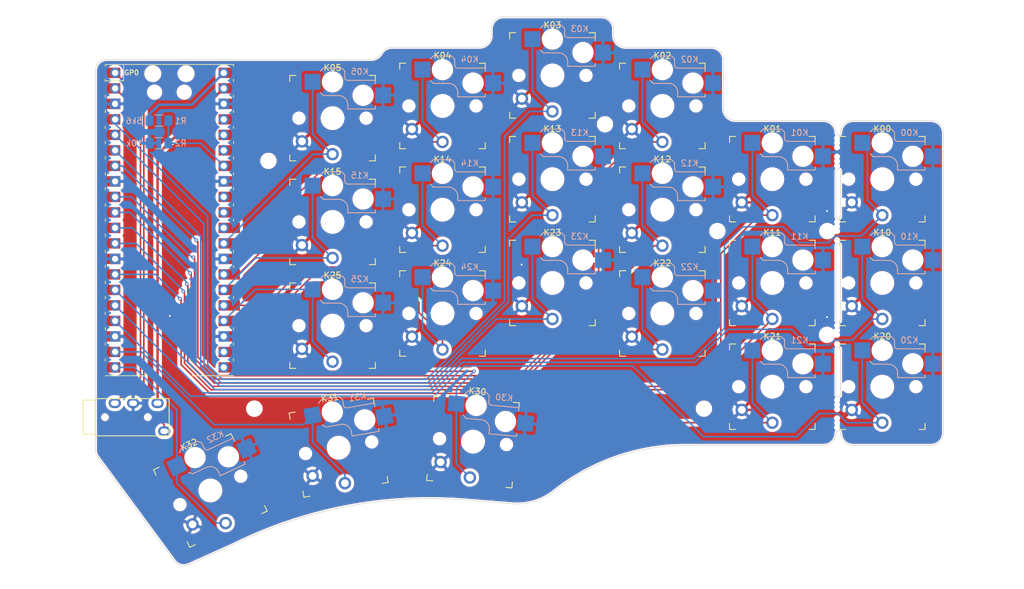
<source format=kicad_pcb>
(kicad_pcb (version 20221018) (generator pcbnew)
  (title_block (rev "rev1.0"))
  (layers (0 "F.Cu" signal) (31 "B.Cu" signal) (34 "B.Paste" user) (35 "F.Paste" user) (36 "B.SilkS" user "B.Silkscreen") (37 "F.SilkS" user "F.Silkscreen") (38 "B.Mask" user) (39 "F.Mask" user) (44 "Edge.Cuts" user))
  (net 0 "")
  (net 1 "GND")
  (net 2 "/k00")
  (net 3 "/k01")
  (net 4 "/k02")
  (net 5 "/k03")
  (net 6 "/k04")
  (net 7 "/k05")
  (net 8 "/k10")
  (net 9 "/k11")
  (net 10 "/k12")
  (net 11 "/k13")
  (net 12 "/k14")
  (net 13 "/k15")
  (net 14 "/k20")
  (net 15 "/k21")
  (net 16 "/k22")
  (net 17 "/k23")
  (net 18 "/k24")
  (net 19 "/k25")
  (net 20 "/k30")
  (net 21 "/k31")
  (net 22 "/k32")
  (net 23 "rx")
  (net 24 "tx")
  (net 25 "VBUS")
  (net 26 "vbus_sense")
  (net 33 "VCC")
  (footprint "keyswitches:Kailh_socket_PG1350_optional" (layer "F.Cu") (at 105.24 94)
    (fp_text reference "K25")
    (fp_text value "KEYSW")
  )
  (footprint "keyswitches:Kailh_socket_PG1350_optional" (layer "F.Cu") (at 123.24 92)
    (fp_text reference "K24")
    (fp_text value "KEYSW")
  )
  (footprint "keyswitches:Kailh_socket_PG1350_optional" (layer "F.Cu") (at 177.24 104)
    (fp_text reference "K21")
    (fp_text value "KEYSW")
  )
  (footprint "keyswitches:Kailh_socket_PG1350_optional" (layer "F.Cu") (at 159.24 58)
    (fp_text reference "K02")
    (fp_text value "KEYSW")
  )
  (footprint "keyswitches:Kailh_socket_PG1350_optional" (layer "F.Cu") (at 195.24 87)
    (fp_text reference "K10")
    (fp_text value "KEYSW")
  )
  (footprint "RPi_Pico:RPi_Pico_SMD_TH" (layer "F.Cu") (at 78.5368 76.708)
    (fp_text reference "U2" hide)
    (fp_text value "Pico")
  )
  (footprint "keyswitches:Kailh_socket_PG1350_optional" (layer "F.Cu") (at 123.24 58)
    (fp_text reference "K04")
    (fp_text value "KEYSW")
  )
  (footprint "keyswitches:Kailh_socket_PG1350_optional" (layer "F.Cu") (at 159.24 75)
    (fp_text reference "K12")
    (fp_text value "KEYSW")
  )
  (footprint "keyswitches:Kailh_socket_PG1350_optional" (layer "F.Cu") (at 128.24 113 -5)
    (fp_text reference "K30")
    (fp_text value "KEYSW")
  )
  (footprint "keyswitches:Kailh_socket_PG1350_optional" (layer "F.Cu") (at 177.24 70)
    (fp_text reference "K01")
    (fp_text value "KEYSW")
  )
  (footprint "keyswitches:Kailh_socket_PG1350_optional" (layer "F.Cu") (at 123.24 75)
    (fp_text reference "K14")
    (fp_text value "KEYSW")
  )
  (footprint "keyswitches:Kailh_socket_PG1350_optional" (layer "F.Cu") (at 141.24 87)
    (fp_text reference "K23")
    (fp_text value "KEYSW")
  )
  (footprint "keyswitches:Kailh_socket_PG1350_optional" (layer "F.Cu") (at 141.24 53)
    (fp_text reference "K03")
    (fp_text value "KEYSW")
  )
  (footprint "keyswitches:Kailh_socket_PG1350_optional" (layer "F.Cu") (at 159.24 92)
    (fp_text reference "K22")
    (fp_text value "KEYSW")
  )
  (footprint "Keebio-Parts:TRRS-PJ-320A" (layer "F.Cu") (at 66.39 109 90)
    (fp_text reference "J1" hide)
    (fp_text value "TRRS")
  )
  (footprint "keyswitches:Kailh_socket_PG1350_optional" (layer "F.Cu") (at 105.24 77)
    (fp_text reference "K15")
    (fp_text value "KEYSW")
  )
  (footprint "keyswitches:Kailh_socket_PG1350_optional" (layer "F.Cu") (at 85.24 121 25)
    (fp_text reference "K32")
    (fp_text value "KEYSW")
  )
  (footprint "keyswitches:Kailh_socket_PG1350_optional" (layer "F.Cu") (at 177.24 87)
    (fp_text reference "K11")
    (fp_text value "KEYSW")
  )
  (footprint "keyswitches:Kailh_socket_PG1350_optional" (layer "F.Cu") (at 105.24 60)
    (fp_text reference "K05")
    (fp_text value "KEYSW")
  )
  (footprint "keyswitches:Kailh_socket_PG1350_optional" (layer "F.Cu") (at 195.24 104)
    (fp_text reference "K20")
    (fp_text value "KEYSW")
  )
  (footprint "keyswitches:Kailh_socket_PG1350_optional" (layer "F.Cu") (at 141.24 70)
    (fp_text reference "K13")
    (fp_text value "KEYSW")
  )
  (footprint "keyswitches:Kailh_socket_PG1350_optional" (layer "F.Cu") (at 195.24 70)
    (fp_text reference "K00")
    (fp_text value "KEYSW")
  )
  (footprint "keyswitches:Kailh_socket_PG1350_optional" (layer "F.Cu") (at 106.24 114 10)
    (fp_text reference "K31")
    (fp_text value "KEYSW")
  )
  (footprint "Resistor_SMD:R_1206_3216Metric_Pad1.30x1.75mm_HandSolder" (layer "B.Cu") (at 76.8096 64.1096 180)
    (fp_text reference "R2")
    (fp_text value "10k")
  )
  (footprint "beekeeb_lib:MountingHole_2.2mm_M2-8mm" (layer "B.Cu") (at 166.04 107.6 180)
    (fp_text reference "H4" hide)
    (fp_text value "MountingHole")
  )
  (footprint "beekeeb_lib:MountingHole_2.2mm_M2-8mm" (layer "B.Cu") (at 94.74 67 180)
    (fp_text reference "H2" hide)
    (fp_text value "MountingHole")
  )
  (footprint "beekeeb_lib:MountingHole_2.2mm_M2-8mm" (layer "B.Cu") (at 186.24 95.5 180)
    (fp_text reference "H4" hide)
    (fp_text value "MountingHole")
  )
  (footprint "beekeeb_lib:mousebites_2" (layer "B.Cu") (at 187.84 78.5 90)
    (fp_text reference "MB1" hide)
    (fp_text value "MountingHole" hide)
  )
  (footprint "Resistor_SMD:R_1206_3216Metric_Pad1.30x1.75mm_HandSolder" (layer "B.Cu") (at 76.8096 60.4012)
    (fp_text reference "R1")
    (fp_text value "5k6")
  )
  (footprint "beekeeb_lib:mousebites_3" (layer "B.Cu") (at 187.84 108.4352 90)
    (fp_text reference "MB3" hide)
    (fp_text value "MountingHole" hide)
  )
  (footprint "beekeeb_lib:mousebites_2" (layer "B.Cu") (at 187.84 95.5 90)
    (fp_text reference "MB2" hide)
    (fp_text value "MountingHole" hide)
  )
  (footprint "beekeeb_lib:MountingHole_2.2mm_M2-8mm" (layer "B.Cu") (at 186.24 78.5 180)
    (fp_text reference "H4" hide)
    (fp_text value "MountingHole")
  )
  (footprint "beekeeb_lib:MountingHole_2.2mm_M2-8mm" (layer "B.Cu") (at 149.84 61 180)
    (fp_text reference "H1" hide)
    (fp_text value "MountingHole")
  )
  (footprint "beekeeb_lib:MountingHole_2.2mm_M2-8mm" (layer "B.Cu") (at 92.44 107.6 180)
    (fp_text reference "H3" hide)
    (fp_text value "MountingHole")
  )
  (footprint "beekeeb_lib:MountingHole_2.2mm_M2-8mm" (layer "B.Cu") (at 168.24 78.5 180)
    (fp_text reference "H1" hide)
    (fp_text value "MountingHole")
  )
  (footprint "beekeeb_lib:mousebites_3" (layer "B.Cu") (at 187.84 65.5352 90)
    (fp_text reference "MB4" hide)
    (fp_text value "MountingHole" hide)
  )
  (gr_line (start 187.64 105.3) (end 187.64 97.9) (stroke (width 0.1)) (layer "Edge.Cuts"))
  (gr_arc (start 66.44 52.2) (mid 66.967208 50.927208) (end 68.24 50.4) (stroke (width 0.1)) (layer "Edge.Cuts"))
  (gr_line (start 185.64 60.4) (end 171.24 60.4) (stroke (width 0.1)) (layer "Edge.Cuts"))
  (gr_arc (start 167.24 48.4) (mid 168.654214 48.985786) (end 169.24 50.4) (stroke (width 0.1)) (layer "Edge.Cuts"))
  (gr_line (start 162.74 113.6) (end 185.64 113.6) (stroke (width 0.1)) (layer "Edge.Cuts"))
  (gr_line (start 66.805956 115.487896) (end 79.290001 132.449999) (stroke (width 0.1)) (layer "Edge.Cuts"))
  (gr_arc (start 141.49 121.125) (mid 138.309031 122.788875) (end 134.74 123.175) (stroke (width 0.1)) (layer "Edge.Cuts"))
  (gr_arc (start 149.24 43.4) (mid 150.654214 43.985786) (end 151.24 45.4) (stroke (width 0.1)) (layer "Edge.Cuts"))
  (gr_arc (start 188.44 62.4) (mid 189.025786 60.985786) (end 190.44 60.4) (stroke (width 0.1)) (layer "Edge.Cuts"))
  (gr_line (start 111.489998 50.399998) (end 68.24 50.4) (stroke (width 0.1)) (layer "Edge.Cuts"))
  (gr_line (start 151.24 46.4) (end 151.24 45.4) (stroke (width 0.1)) (layer "Edge.Cuts"))
  (gr_arc (start 188.44 62.4) (mid 188.04 62.8) (end 187.64 62.4) (stroke (width 0.1)) (layer "Edge.Cuts"))
  (gr_line (start 131.24 45.4) (end 131.24 46.4) (stroke (width 0.1)) (layer "Edge.Cuts"))
  (gr_line (start 187.64 76.1) (end 187.64 68.7) (stroke (width 0.1)) (layer "Edge.Cuts"))
  (gr_arc (start 188.44 93.1) (mid 188.04 93.5) (end 187.64 93.1) (stroke (width 0.1)) (layer "Edge.Cuts"))
  (gr_arc (start 187.64 111.6) (mid 188.04 111.2) (end 188.44 111.6) (stroke (width 0.1)) (layer "Edge.Cuts"))
  (gr_arc (start 188.44 76.1) (mid 188.04 76.5) (end 187.64 76.1) (stroke (width 0.1)) (layer "Edge.Cuts"))
  (gr_arc (start 190.44 113.6) (mid 189.025786 113.014214) (end 188.44 111.6) (stroke (width 0.1)) (layer "Edge.Cuts"))
  (gr_line (start 188.44 105.3) (end 188.44 97.9) (stroke (width 0.1)) (layer "Edge.Cuts"))
  (gr_arc (start 66.805956 115.487896) (mid 66.53394 114.973899) (end 66.44 114.4) (stroke (width 0.1)) (layer "Edge.Cuts"))
  (gr_line (start 169.24 58.4) (end 169.24 50.4) (stroke (width 0.1)) (layer "Edge.Cuts"))
  (gr_arc (start 187.64 68.7) (mid 188.04 68.3) (end 188.44 68.7) (stroke (width 0.1)) (layer "Edge.Cuts"))
  (gr_line (start 203.24 60.4) (end 190.44 60.4) (stroke (width 0.1)) (layer "Edge.Cuts"))
  (gr_line (start 190.44 113.6) (end 203.24 113.6) (stroke (width 0.1)) (layer "Edge.Cuts"))
  (gr_arc (start 131.24 45.4) (mid 131.825786 43.985786) (end 133.24 43.4) (stroke (width 0.1)) (layer "Edge.Cuts"))
  (gr_arc (start 153.24 48.4) (mid 151.825786 47.814214) (end 151.24 46.4) (stroke (width 0.1)) (layer "Edge.Cuts"))
  (gr_arc (start 205.24 111.6) (mid 204.654214 113.014214) (end 203.24 113.6) (stroke (width 0.1)) (layer "Edge.Cuts"))
  (gr_line (start 66.44 113.2) (end 66.44 114.4) (stroke (width 0.1)) (layer "Edge.Cuts"))
  (gr_line (start 134.74 123.175) (end 127.44 122.600001) (stroke (width 0.1)) (layer "Edge.Cuts"))
  (gr_line (start 81.726132 133.121447) (end 89.110601 129.8) (stroke (width 0.1)) (layer "Edge.Cuts"))
  (gr_arc (start 187.64 111.6) (mid 187.054214 113.014214) (end 185.64 113.6) (stroke (width 0.1)) (layer "Edge.Cuts"))
  (gr_arc (start 131.24 46.4) (mid 130.654214 47.814214) (end 129.24 48.4) (stroke (width 0.1)) (layer "Edge.Cuts"))
  (gr_line (start 188.44 76.1) (end 188.44 68.7) (stroke (width 0.1)) (layer "Edge.Cuts"))
  (gr_arc (start 113.24 49.4) (mid 112.497787 50.132387) (end 111.489998 50.399998) (stroke (width 0.1)) (layer "Edge.Cuts"))
  (gr_line (start 205.24 111.6) (end 205.24 62.4) (stroke (width 0.1)) (layer "Edge.Cuts"))
  (gr_arc (start 187.64 97.9) (mid 188.04 97.5) (end 188.44 97.9) (stroke (width 0.1)) (layer "Edge.Cuts"))
  (gr_line (start 188.44 93.1) (end 188.44 80.9) (stroke (width 0.1)) (layer "Edge.Cuts"))
  (gr_arc (start 187.64 80.9) (mid 188.04 80.5) (end 188.44 80.9) (stroke (width 0.1)) (layer "Edge.Cuts"))
  (gr_line (start 149.24 43.4) (end 133.24 43.4) (stroke (width 0.1)) (layer "Edge.Cuts"))
  (gr_arc (start 203.24 60.4) (mid 204.654214 60.985786) (end 205.24 62.4) (stroke (width 0.1)) (layer "Edge.Cuts"))
  (gr_arc (start 141.49 121.125) (mid 151.483771 115.579961) (end 162.74 113.600001) (stroke (width 0.1)) (layer "Edge.Cuts"))
  (gr_line (start 167.24 48.4) (end 153.24 48.4) (stroke (width 0.1)) (layer "Edge.Cuts"))
  (gr_arc (start 113.24 49.4) (mid 113.953846 48.668538) (end 114.94 48.4) (stroke (width 0.1)) (layer "Edge.Cuts"))
  (gr_line (start 187.64 93.1) (end 187.64 80.9) (stroke (width 0.1)) (layer "Edge.Cuts"))
  (gr_line (start 66.44 52.2) (end 66.44 113.2) (stroke (width 0.1)) (layer "Edge.Cuts"))
  (gr_arc (start 188.44 105.3) (mid 188.04 105.7) (end 187.64 105.3) (stroke (width 0.1)) (layer "Edge.Cuts"))
  (gr_arc (start 171.24 60.4) (mid 169.825786 59.814214) (end 169.24 58.4) (stroke (width 0.1)) (layer "Edge.Cuts"))
  (gr_arc (start 185.64 60.4) (mid 187.054214 60.985786) (end 187.64 62.4) (stroke (width 0.1)) (layer "Edge.Cuts"))
  (gr_arc (start 81.726132 133.121447) (mid 80.381489 133.24497) (end 79.290001 132.449999) (stroke (width 0.1)) (layer "Edge.Cuts"))
  (gr_line (start 129.24 48.4) (end 114.94 48.4) (stroke (width 0.1)) (layer "Edge.Cuts"))
  (gr_arc (start 89.110601 129.8) (mid 107.780203 123.564333) (end 127.44 122.600001) (stroke (width 0.1)) (layer "Edge.Cuts"))
  (segment (start 191.2 72.84) (end 190.24 73.8) (width 0.4) (layer "F.Cu") (net 1))
  (segment (start 183.4 73.8) (end 186 71.2) (width 0.4) (layer "F.Cu") (net 1))
  (segment (start 188.084721 65.484721) (end 191.2 68.6) (width 0.4) (layer "F.Cu") (net 1))
  (segment (start 187.651206 65.484721) (end 188.084721 65.484721) (width 0.4) (layer "F.Cu") (net 1))
  (segment (start 189.655279 108.384721) (end 190.24 107.8) (width 0.4) (layer "F.Cu") (net 1))
  (segment (start 191.2 68.6) (end 191.2 72.84) (width 0.4) (layer "F.Cu") (net 1))
  (segment (start 186.965527 107.8) (end 187.550248 108.384721) (width 0.4) (layer "F.Cu") (net 1))
  (segment (start 186 71.2) (end 186 67.135927) (width 0.4) (layer "F.Cu") (net 1))
  (segment (start 172.24 73.8) (end 183.4 73.8) (width 0.4) (layer "F.Cu") (net 1))
  (segment (start 186 67.135927) (end 187.651206 65.484721) (width 0.4) (layer "F.Cu") (net 1))
  (segment (start 187.550248 108.384721) (end 189.655279 108.384721) (width 0.4) (layer "F.Cu") (net 1))
  (segment (start 172.24 107.8) (end 186.965527 107.8) (width 0.4) (layer "F.Cu") (net 1))
  (via (at 186.2 92.6) (size 0.6) (drill 0.3) (layers "F.Cu" "B.Cu") (net 1))
  (via (at 136.2 84) (size 0.6) (drill 0.3) (layers "F.Cu" "B.Cu") (net 1))
  (via (at 78.6 92.4) (size 0.6) (drill 0.3) (layers "F.Cu" "B.Cu") (net 1))
  (via (at 186.2 75.2) (size 0.6) (drill 0.3) (layers "F.Cu" "B.Cu") (net 1))
  (segment (start 191.089521 68.545448) (end 191.089521 72.950479) (width 0.4) (layer "B.Cu") (net 1))
  (segment (start 185.515 66.25) (end 186.179321 65.585679) (width 0.4) (layer "B.Cu") (net 1))
  (segment (start 186.179321 65.585679) (end 188.129752 65.585679) (width 0.4) (layer "B.Cu") (net 1))
  (segment (start 191.089521 72.950479) (end 190.24 73.8) (width 0.4) (layer "B.Cu") (net 1))
  (segment (start 188.129752 65.585679) (end 191.089521 68.545448) (width 0.4) (layer "B.Cu") (net 1))
  (segment (start 186.425289 80.4) (end 181.6 80.4) (width 0.25) (layer "B.Cu") (net 2))
  (segment (start 126.331414 99.4) (end 121.282856 104.448558) (width 0.25) (layer "B.Cu") (net 2))
  (segment (start 164.4 99.4) (end 126.331414 99.4) (width 0.25) (layer "B.Cu") (net 2))
  (segment (start 192.8 64.885) (end 192.8 73.46) (width 0.25) (layer "B.Cu") (net 2))
  (segment (start 181.6 80.4) (end 179 77.8) (width 0.25) (layer "B.Cu") (net 2))
  (segment (start 179 77.8) (end 172.4 77.8) (width 0.25) (layer "B.Cu") (net 2))
  (segment (start 191.965 64.05) (end 192.8 64.885) (width 0.25) (layer "B.Cu") (net 2))
  (segment (start 169.4 80.8) (end 169.4 94.4) (width 0.25) (layer "B.Cu") (net 2))
  (segment (start 191.814521 79.325479) (end 187.49981 79.325479) (width 0.25) (layer "B.Cu") (net 2))
  (segment (start 192.8 73.46) (end 195.24 75.9) (width 0.25) (layer "B.Cu") (net 2))
  (segment (start 172.4 77.8) (end 169.4 80.8) (width 0.25) (layer "B.Cu") (net 2))
  (segment (start 187.49981 79.325479) (end 186.425289 80.4) (width 0.25) (layer "B.Cu") (net 2))
  (segment (start 169.4 94.4) (end 164.4 99.4) (width 0.25) (layer "B.Cu") (net 2))
  (segment (start 195.24 75.9) (end 191.814521 79.325479) (width 0.25) (layer "B.Cu") (net 2))
  (segment (start 121.282856 104.448558) (end 85.957358 104.448558) (width 0.25) (layer "B.Cu") (net 2))
  (segment (start 85.957358 104.448558) (end 69.6468 88.138) (width 0.25) (layer "B.Cu") (net 2))
  (segment (start 175.1 75.9) (end 177.24 75.9) (width 0.25) (layer "F.Cu") (net 3))
  (segment (start 81.55144 99.928578) (end 85.572382 103.94952) (width 0.25) (layer "F.Cu") (net 3))
  (segment (start 168.8 82.2) (end 175.1 75.9) (width 0.25) (layer "F.Cu") (net 3))
  (segment (start 163.45048 103.94952) (end 168.8 98.6) (width 0.25) (layer "F.Cu") (net 3))
  (segment (start 168.8 98.6) (end 168.8 82.2) (width 0.25) (layer "F.Cu") (net 3))
  (segment (start 81.37646 87.2) (end 81.55144 87.37498) (width 0.25) (layer "F.Cu") (net 3))
  (segment (start 81.55144 87.37498) (end 81.55144 99.928578) (width 0.25) (layer "F.Cu") (net 3))
  (segment (start 85.572382 103.94952) (end 163.45048 103.94952) (width 0.25) (layer "F.Cu") (net 3))
  (via (at 81.37646 87.2) (size 0.6) (drill 0.3) (layers "F.Cu" "B.Cu") (net 3))
  (segment (start 173.965 72.625) (end 177.24 75.9) (width 0.25) (layer "B.Cu") (net 3))
  (segment (start 72.4535 77.978) (end 69.6468 77.978) (width 0.25) (layer "B.Cu") (net 3))
  (segment (start 81.37646 86.90096) (end 72.4535 77.978) (width 0.25) (layer "B.Cu") (net 3))
  (segment (start 81.37646 87.2) (end 81.37646 86.90096) (width 0.25) (layer "B.Cu") (net 3))
  (segment (start 173.965 64.05) (end 173.965 72.625) (width 0.25) (layer "B.Cu") (net 3))
  (segment (start 148.8 89.2) (end 148.8 69.8) (width 0.25) (layer "F.Cu") (net 4))
  (segment (start 82.92598 80) (end 83.2 80.27402) (width 0.25) (layer "F.Cu") (net 4))
  (segment (start 135.8 102.2) (end 148.8 89.2) (width 0.25) (layer "F.Cu") (net 4))
  (segment (start 154.7 63.9) (end 159.24 63.9) (width 0.25) (layer "F.Cu") (net 4))
  (segment (start 83.2 80.27402) (end 83.2 99.160222) (width 0.25) (layer "F.Cu") (net 4))
  (segment (start 83.2 99.160222) (end 86.239778 102.2) (width 0.25) (layer "F.Cu") (net 4))
  (segment (start 148.8 69.8) (end 154.7 63.9) (width 0.25) (layer "F.Cu") (net 4))
  (segment (start 86.239778 102.2) (end 135.8 102.2) (width 0.25) (layer "F.Cu") (net 4))
  (via (at 82.92598 80) (size 0.6) (drill 0.3) (layers "F.Cu" "B.Cu") (net 4))
  (segment (start 82.92598 79.94952) (end 70.79446 67.818) (width 0.25) (layer "B.Cu") (net 4))
  (segment (start 82.92598 80) (end 82.92598 79.94952) (width 0.25) (layer "B.Cu") (net 4))
  (segment (start 155.965 60.625) (end 159.24 63.9) (width 0.25) (layer "B.Cu") (net 4))
  (segment (start 70.79446 67.818) (end 69.6468 67.818) (width 0.25) (layer "B.Cu") (net 4))
  (segment (start 155.965 52.05) (end 155.965 60.625) (width 0.25) (layer "B.Cu") (net 4))
  (segment (start 69.6468 60.935568) (end 69.6468 60.198) (width 0.25) (layer "B.Cu") (net 5))
  (segment (start 133.4 63) (end 133.4 90) (width 0.25) (layer "B.Cu") (net 5))
  (segment (start 120.6 102.8) (end 87.2 102.8) (width 0.25) (layer "B.Cu") (net 5))
  (segment (start 87.2 102.8) (end 84.8 100.4) (width 0.25) (layer "B.Cu") (net 5))
  (segment (start 137.5 58.9) (end 133.4 63) (width 0.25) (layer "B.Cu") (net 5))
  (segment (start 84.8 76.088768) (end 69.6468 60.935568) (width 0.25) (layer "B.Cu") (net 5))
  (segment (start 137.965 55.625) (end 141.24 58.9) (width 0.25) (layer "B.Cu") (net 5))
  (segment (start 141.24 58.9) (end 137.5 58.9) (width 0.25) (layer "B.Cu") (net 5))
  (segment (start 137.965 47.05) (end 137.965 55.625) (width 0.25) (layer "B.Cu") (net 5))
  (segment (start 133.4 90) (end 120.6 102.8) (width 0.25) (layer "B.Cu") (net 5))
  (segment (start 84.8 100.4) (end 84.8 76.088768) (width 0.25) (layer "B.Cu") (net 5))
  (segment (start 103.2 68.8) (end 93.8 78.2) (width 0.25) (layer "F.Cu") (net 6))
  (segment (start 123.24 63.9) (end 117.3 63.9) (width 0.25) (layer "F.Cu") (net 6))
  (segment (start 93.8 78.2) (end 93.8 81.6) (width 0.25) (layer "F.Cu") (net 6))
  (segment (start 89.802 85.598) (end 87.4268 85.598) (width 0.25) (layer "F.Cu") (net 6))
  (segment (start 117.3 63.9) (end 112.4 68.8) (width 0.25) (layer "F.Cu") (net 6))
  (segment (start 93.8 81.6) (end 89.802 85.598) (width 0.25) (layer "F.Cu") (net 6))
  (segment (start 112.4 68.8) (end 103.2 68.8) (width 0.25) (layer "F.Cu") (net 6))
  (segment (start 119.965 52.05) (end 119.965 60.625) (width 0.25) (layer "B.Cu") (net 6))
  (segment (start 119.965 60.625) (end 123.24 63.9) (width 0.25) (layer "B.Cu") (net 6))
  (segment (start 101.965 62.625) (end 105.24 65.9) (width 0.25) (layer "B.Cu") (net 7))
  (segment (start 101.965 54.05) (end 101.965 62.625) (width 0.25) (layer "B.Cu") (net 7))
  (segment (start 102.0448 65.9) (end 87.4268 80.518) (width 0.25) (layer "B.Cu") (net 7))
  (segment (start 105.24 65.9) (end 102.0448 65.9) (width 0.25) (layer "B.Cu") (net 7))
  (segment (start 191.965 89.625) (end 195.24 92.9) (width 0.25) (layer "B.Cu") (net 8))
  (segment (start 180.4 94.6) (end 183 97.2) (width 0.25) (layer "B.Cu") (net 8))
  (segment (start 126.508552 100) (end 164.577138 100) (width 0.25) (layer "B.Cu") (net 8))
  (segment (start 187.6 96.4) (end 187.624521 96.375479) (width 0.25) (layer "B.Cu") (net 8))
  (segment (start 187.624521 96.375479) (end 190.327681 96.375479) (width 0.25) (layer "B.Cu") (net 8))
  (segment (start 186.6 97.2) (end 187.4 96.4) (width 0.25) (layer "B.Cu") (net 8))
  (segment (start 164.577138 100) (end 169.977138 94.6) (width 0.25) (layer "B.Cu") (net 8))
  (segment (start 193.80316 92.9) (end 195.24 92.9) (width 0.25) (layer "B.Cu") (net 8))
  (segment (start 191.965 81.05) (end 191.965 89.625) (width 0.25) (layer "B.Cu") (net 8))
  (segment (start 187.4 96.4) (end 187.6 96.4) (width 0.25) (layer "B.Cu") (net 8))
  (segment (start 69.6468 90.678) (end 83.966878 104.998078) (width 0.25) (layer "B.Cu") (net 8))
  (segment (start 169.977138 94.6) (end 180.4 94.6) (width 0.25) (layer "B.Cu") (net 8))
  (segment (start 190.327681 96.375479) (end 193.80316 92.9) (width 0.25) (layer "B.Cu") (net 8))
  (segment (start 121.510474 104.998078) (end 126.508552 100) (width 0.25) (layer "B.Cu") (net 8))
  (segment (start 183 97.2) (end 186.6 97.2) (width 0.25) (layer "B.Cu") (net 8))
  (segment (start 83.966878 104.998078) (end 121.510474 104.998078) (width 0.25) (layer "B.Cu") (net 8))
  (segment (start 165.54 104.6) (end 177.24 92.9) (width 0.25) (layer "F.Cu") (net 9))
  (segment (start 81.00192 88.45092) (end 81.001921 100.156197) (width 0.25) (layer "F.Cu") (net 9))
  (segment (start 85.344763 104.499039) (end 159.49904 104.49904) (width 0.25) (layer "F.Cu") (net 9))
  (segment (start 80.951 88.4) (end 81.00192 88.45092) (width 0.25) (layer "F.Cu") (net 9))
  (segment (start 80.82694 88.4) (end 80.951 88.4) (width 0.25) (layer "F.Cu") (net 9))
  (segment (start 159.49904 104.49904) (end 159.6 104.6) (width 0.25) (layer "F.Cu") (net 9))
  (segment (start 159.6 104.6) (end 165.54 104.6) (width 0.25) (layer "F.Cu") (net 9))
  (segment (start 81.001921 100.156197) (end 85.344763 104.499039) (width 0.25) (layer "F.Cu") (net 9))
  (via (at 80.82694 88.4) (size 0.6) (drill 0.3) (layers "F.Cu" "B.Cu") (net 9))
  (segment (start 80.82694 88.4) (end 80.82694 88.27594) (width 0.25) (layer "B.Cu") (net 9))
  (segment (start 173.965 89.625) (end 177.24 92.9) (width 0.25) (layer "B.Cu") (net 9))
  (segment (start 80.82694 88.27594) (end 73.069 80.518) (width 0.25) (layer "B.Cu") (net 9))
  (segment (start 173.965 81.05) (end 173.965 89.625) (width 0.25) (layer "B.Cu") (net 9))
  (segment (start 73.069 80.518) (end 69.6468 80.518) (width 0.25) (layer "B.Cu") (net 9))
  (segment (start 136.050481 102.749519) (end 157.9 80.9) (width 0.25) (layer "F.Cu") (net 10))
  (segment (start 86.467397 102.749519) (end 136.050481 102.749519) (width 0.25) (layer "F.Cu") (net 10))
  (segment (start 82.65048 82.97498) (end 82.65048 99.38784) (width 0.25) (layer "F.Cu") (net 10))
  (segment (start 157.9 80.9) (end 159.24 80.9) (width 0.25) (layer "F.Cu") (net 10))
  (segment (start 82.4755 82.8) (end 82.65048 82.97498) (width 0.25) (layer "F.Cu") (net 10))
  (segment (start 82.65048 99.38784) (end 86.01216 102.74952) (width 0.25) (layer "F.Cu") (net 10))
  (segment (start 86.01216 102.74952) (end 86.467397 102.749519) (width 0.25) (layer "F.Cu") (net 10))
  (via (at 82.4755 82.8) (size 0.6) (drill 0.3) (layers "F.Cu" "B.Cu") (net 10))
  (segment (start 155.965 77.625) (end 159.24 80.9) (width 0.25) (layer "B.Cu") (net 10))
  (segment (start 82.2 82.8) (end 72.298 72.898) (width 0.25) (layer "B.Cu") (net 10))
  (segment (start 155.965 69.05) (end 155.965 77.625) (width 0.25) (layer "B.Cu") (net 10))
  (segment (start 72.298 72.898) (end 69.6468 72.898) (width 0.25) (layer "B.Cu") (net 10))
  (segment (start 82.4755 82.8) (end 82.2 82.8) (width 0.25) (layer "B.Cu") (net 10))
  (segment (start 134 79.8) (end 137.9 75.9) (width 0.25) (layer "B.Cu") (net 11))
  (segment (start 134 90.177138) (end 134 79.8) (width 0.25) (layer "B.Cu") (net 11))
  (segment (start 120.827619 103.349519) (end 134 90.177138) (width 0.25) (layer "B.Cu") (net 11))
  (segment (start 137.965 72.625) (end 141.24 75.9) (width 0.25) (layer "B.Cu") (net 11))
  (segment (start 137.965 64.05) (end 137.965 72.625) (width 0.25) (layer "B.Cu") (net 11))
  (segment (start 84.2 100.577138) (end 86.972381 103.349519) (width 0.25) (layer "B.Cu") (net 11))
  (segment (start 84.2 77.2912) (end 84.2 100.577138) (width 0.25) (layer "B.Cu") (net 11))
  (segment (start 69.6468 62.738) (end 84.2 77.2912) (width 0.25) (layer "B.Cu") (net 11))
  (segment (start 137.9 75.9) (end 141.24 75.9) (width 0.25) (layer "B.Cu") (net 11))
  (segment (start 86.972381 103.349519) (end 120.827619 103.349519) (width 0.25) (layer "B.Cu") (net 11))
  (segment (start 94.322 90.678) (end 87.4268 90.678) (width 0.25) (layer "F.Cu") (net 12))
  (segment (start 114 84.4) (end 100.6 84.4) (width 0.25) (layer "F.Cu") (net 12))
  (segment (start 123.24 80.9) (end 117.5 80.9) (width 0.25) (layer "F.Cu") (net 12))
  (segment (start 117.5 80.9) (end 114 84.4) (width 0.25) (layer "F.Cu") (net 12))
  (segment (start 100.6 84.4) (end 94.322 90.678) (width 0.25) (layer "F.Cu") (net 12))
  (segment (start 119.965 69.05) (end 119.965 77.625) (width 0.25) (layer "B.Cu") (net 12))
  (segment (start 119.965 77.625) (end 123.24 80.9) (width 0.25) (layer "B.Cu") (net 12))
  (segment (start 105.24 82.9) (end 101.965 79.625) (width 0.25) (layer "B.Cu") (net 13))
  (segment (start 105.24 82.9) (end 92.6648 82.9) (width 0.25) (layer "B.Cu") (net 13))
  (segment (start 92.6648 82.9) (end 87.4268 88.138) (width 0.25) (layer "B.Cu") (net 13))
  (segment (start 101.965 79.625) (end 101.965 71.05) (width 0.25) (layer "B.Cu") (net 13))
  (segment (start 121.852403 105.547597) (end 126.8 100.6) (width 0.25) (layer "B.Cu") (net 14))
  (segment (start 166 112.2) (end 181.2 112.2) (width 0.25) (layer "B.Cu") (net 14))
  (segment (start 189.5 109.9) (end 195.24 109.9) (width 0.25) (layer "B.Cu") (net 14))
  (segment (start 126.8 100.6) (end 154.4 100.6) (width 0.25) (layer "B.Cu") (net 14))
  (segment (start 69.6468 93.218) (end 81.976397 105.547597) (width 0.25) (layer "B.Cu") (net 14))
  (segment (start 181.2 112.2) (end 185 108.4) (width 0.25) (layer "B.Cu") (net 14))
  (segment (start 188 108.4) (end 189.5 109.9) (width 0.25) (layer "B.Cu") (net 14))
  (segment (start 191.965 98.05) (end 191.965 106.625) (width 0.25) (layer "B.Cu") (net 14))
  (segment (start 185 108.4) (end 188 108.4) (width 0.25) (layer "B.Cu") (net 14))
  (segment (start 81.976397 105.547597) (end 121.852403 105.547597) (width 0.25) (layer "B.Cu") (net 14))
  (segment (start 191.965 106.625) (end 195.24 109.9) (width 0.25) (layer "B.Cu") (net 14))
  (segment (start 154.4 100.6) (end 166 112.2) (width 0.25) (layer "B.Cu") (net 14))
  (segment (start 161.1 109.9) (end 177.24 109.9) (width 0.25) (layer "F.Cu") (net 15))
  (segment (start 80.27742 89.6) (end 80.27742 89.65092) (width 0.25) (layer "F.Cu") (net 15))
  (segment (start 80.452402 100.383816) (end 85.166707 105.098121) (width 0.25) (layer "F.Cu") (net 15))
  (segment (start 80.4524 89.8259) (end 80.452402 100.383816) (width 0.25) (layer "F.Cu") (net 15))
  (segment (start 85.166707 105.098121) (end 156.298121 105.098121) (width 0.25) (layer "F.Cu") (net 15))
  (segment (start 156.298121 105.098121) (end 161.1 109.9) (width 0.25) (layer "F.Cu") (net 15))
  (segment (start 80.27742 89.65092) (end 80.4524 89.8259) (width 0.25) (layer "F.Cu") (net 15))
  (via (at 80.27742 89.6) (size 0.6) (drill 0.3) (layers "F.Cu" "B.Cu") (net 15))
  (segment (start 173.965 106.625) (end 177.24 109.9) (width 0.25) (layer "B.Cu") (net 15))
  (segment (start 80.27742 89.6) (end 76.27542 85.598) (width 0.25) (layer "B.Cu") (net 15))
  (segment (start 173.965 98.05) (end 173.965 106.625) (width 0.25) (layer "B.Cu") (net 15))
  (segment (start 76.27542 85.598) (end 69.6468 85.598) (width 0.25) (layer "B.Cu") (net 15))
  (segment (start 82.10096 85.57498) (end 82.10096 99.615458) (width 0.25) (layer "F.Cu") (net 16))
  (segment (start 82.10096 99.615458) (end 85.885502 103.4) (width 0.25) (layer "F.Cu") (net 16))
  (segment (start 81.92598 85.4) (end 82.10096 85.57498) (width 0.25) (layer "F.Cu") (net 16))
  (segment (start 85.885502 103.4) (end 136.177138 103.4) (width 0.25) (layer "F.Cu") (net 16))
  (segment (start 141.677138 97.9) (end 159.24 97.9) (width 0.25) (layer "F.Cu") (net 16))
  (segment (start 136.177138 103.4) (end 141.677138 97.9) (width 0.25) (layer "F.Cu") (net 16))
  (via (at 81.92598 85.4) (size 0.6) (drill 0.3) (layers "F.Cu" "B.Cu") (net 16))
  (segment (start 155.965 94.625) (end 159.24 97.9) (width 0.25) (layer "B.Cu") (net 16))
  (segment (start 72.038 75.438) (end 69.6468 75.438) (width 0.25) (layer "B.Cu") (net 16))
  (segment (start 81.92598 85.4) (end 81.92598 85.32598) (width 0.25) (layer "B.Cu") (net 16))
  (segment (start 155.965 86.05) (end 155.965 94.625) (width 0.25) (layer "B.Cu") (net 16))
  (segment (start 81.92598 85.32598) (end 72.038 75.438) (width 0.25) (layer "B.Cu") (net 16))
  (segment (start 69.6468 65.278) (end 83.65048 79.28168) (width 0.25) (layer "B.Cu") (net 17))
  (segment (start 83.650481 100.804757) (end 86.744763 103.899039) (width 0.25) (layer "B.Cu") (net 17))
  (segment (start 137.965 89.625) (end 141.24 92.9) (width 0.25) (layer "B.Cu") (net 17))
  (segment (start 86.744763 103.899039) (end 121.055238 103.899038) (width 0.25) (layer "B.Cu") (net 17))
  (segment (start 132.054276 92.9) (end 141.24 92.9) (width 0.25) (layer "B.Cu") (net 17))
  (segment (start 121.055238 103.899038) (end 132.054276 92.9) (width 0.25) (layer "B.Cu") (net 17))
  (segment (start 137.965 81.05) (end 137.965 89.625) (width 0.25) (layer "B.Cu") (net 17))
  (segment (start 83.65048 79.28168) (end 83.650481 100.804757) (width 0.25) (layer "B.Cu") (net 17))
  (segment (start 89.502 98.298) (end 87.4268 98.298) (width 0.25) (layer "F.Cu") (net 18))
  (segment (start 115.275479 86.075479) (end 101.724521 86.075479) (width 0.25) (layer "F.Cu") (net 18))
  (segment (start 119.4 91.857554) (end 119.4 90.2) (width 0.25) (layer "F.Cu") (net 18))
  (segment (start 123.24 95.697554) (end 119.4 91.857554) (width 0.25) (layer "F.Cu") (net 18))
  (segment (start 123.24 97.9) (end 123.24 95.697554) (width 0.25) (layer "F.Cu") (net 18))
  (segment (start 119.4 90.2) (end 115.275479 86.075479) (width 0.25) (layer "F.Cu") (net 18))
  (segment (start 101.724521 86.075479) (end 89.502 98.298) (width 0.25) (layer "F.Cu") (net 18))
  (segment (start 119.965 94.625) (end 123.24 97.9) (width 0.25) (layer "B.Cu") (net 18))
  (segment (start 119.965 86.05) (end 119.965 94.625) (width 0.25) (layer "B.Cu") (net 18))
  (segment (start 101.965 88.05) (end 92.5948 88.05) (width 0.25) (layer "B.Cu") (net 19))
  (segment (start 92.5948 88.05) (end 87.4268 93.218) (width 0.25) (layer "B.Cu") (net 19))
  (segment (start 101.965 96.625) (end 101.965 88.05) (width 0.25) (layer "B.Cu") (net 19))
  (segment (start 105.24 99.9) (end 101.965 96.625) (width 0.25) (layer "B.Cu") (net 19))
  (segment (start 128.4 101.4755) (end 88.0643 101.4755) (width 0.25) (layer "F.Cu") (net 20))
  (segment (start 88.0643 101.4755) (end 87.4268 100.838) (width 0.25) (layer "F.Cu") (net 20))
  (via (at 128.4 101.4755) (size 0.6) (drill 0.3) (layers "F.Cu" "B.Cu") (net 20))
  (segment (start 125.496039 116.647807) (end 127.725781 118.877549) (width 0.25) (layer "B.Cu") (net 20))
  (segment (start 125.496039 106.787206) (end 125.496039 116.647807) (width 0.25) (layer "B.Cu") (net 20))
  (segment (start 125.496039 106.787206) (end 125.496039 104.379461) (width 0.25) (layer "B.Cu") (net 20))
  (segment (start 125.496039 104.379461) (end 128.4 101.4755) (width 0.25) (layer "B.Cu") (net 20))
  (segment (start 107.264524 118.373526) (end 101.981548 113.09055) (width 0.25) (layer "B.Cu") (net 21))
  (segment (start 100.49064 110.2) (end 101.981548 108.709092) (width 0.25) (layer "B.Cu") (net 21))
  (segment (start 85.851662 110.2) (end 100.49064 110.2) (width 0.25) (layer "B.Cu") (net 21))
  (segment (start 107.264524 119.810366) (end 107.264524 118.373526) (width 0.25) (layer "B.Cu") (net 21))
  (segment (start 101.981548 113.09055) (end 101.981548 108.709092) (width 0.25) (layer "B.Cu") (net 21))
  (segment (start 73.949662 98.298) (end 85.851662 110.2) (width 0.25) (layer "B.Cu") (net 21))
  (segment (start 69.6468 98.298) (end 73.949662 98.298) (width 0.25) (layer "B.Cu") (net 21))
  (segment (start 79.757263 107.794109) (end 79.757263 116.991543) (width 0.25) (layer "B.Cu") (net 22))
  (segment (start 72.801154 100.838) (end 79.757263 107.794109) (width 0.25) (layer "B.Cu") (net 22))
  (segment (start 87.733448 126.347216) (end 86.296608 126.347216) (width 0.25) (layer "B.Cu") (net 22))
  (segment (start 69.6468 100.838) (end 72.801154 100.838) (width 0.25) (layer "B.Cu") (net 22))
  (segment (start 86.296608 126.347216) (end 79.757263 119.807871) (width 0.25) (layer "B.Cu") (net 22))
  (segment (start 79.757263 119.807871) (end 79.757263 116.991543) (width 0.25) (layer "B.Cu") (net 22))
  (segment (start 69.6468 55.118) (end 73.8 59.2712) (width 0.25) (layer "F.Cu") (net 23))
  (segment (start 73.8 59.2712) (end 73.8 102.49) (width 0.25) (layer "F.Cu") (net 23))
  (segment (start 73.8 102.49) (end 69.59 106.7) (width 0.25) (layer "F.Cu") (net 23))
  (segment (start 77.69 110.25) (end 74.34952 106.90952) (width 0.25) (layer "F.Cu") (net 24))
  (segment (start 77.69 111.3) (end 77.69 110.25) (width 0.25) (layer "F.Cu") (net 24))
  (segment (start 74.34952 106.90952) (end 74.34952 57.28072) (width 0.25) (layer "F.Cu") (net 24))
  (segment (start 74.34952 57.28072) (end 69.6468 52.578) (width 0.25) (layer "F.Cu") (net 24))
  (segment (start 76.8 57.8) (end 75.2596 59.3404) (width 0.4) (layer "B.Cu") (net 25))
  (segment (start 82.2048 57.8) (end 76.8 57.8) (width 0.4) (layer "B.Cu") (net 25))
  (segment (start 87.4268 52.578) (end 82.2048 57.8) (width 0.4) (layer "B.Cu") (net 25))
  (segment (start 75.2596 59.3404) (end 75.2596 60.4012) (width 0.4) (layer "B.Cu") (net 25))
  (segment (start 78.3596 64.1096) (end 83.7184 64.1096) (width 0.25) (layer "B.Cu") (net 26))
  (segment (start 83.7184 64.1096) (end 87.4268 67.818) (width 0.25) (layer "B.Cu") (net 26))
  (segment (start 78.3596 60.4012) (end 78.3596 64.1096) (width 0.25) (layer "B.Cu") (net 26))
  (segment (start 76.59 106.7) (end 76.6 106.69) (width 0.4) (layer "F.Cu") (net 33))
  (segment (start 87.409898 55.118) (end 87.4268 55.118) (width 0.4) (layer "F.Cu") (net 33))
  (segment (start 76.6 65.927898) (end 87.409898 55.118) (width 0.4) (layer "F.Cu") (net 33))
  (segment (start 76.6 106.69) (end 76.6 65.927898) (width 0.4) (layer "F.Cu") (net 33))
  (zone (net 1) (net_name "GND") (layers "F&B.Cu") (connect_pads (clearance 0.508)) (min_thickness 0.25) (fill yes (thermal_gap 0.508) (thermal_bridge_width 0.508))
    (polygon (pts (xy 50.8 137.16) (xy 218.44 137.16) (xy 218.44 40.64) (xy 50.8 40.64)))
  )
)
</source>
